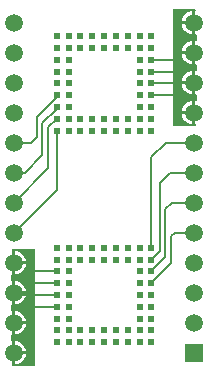
<source format=gbl>
%FSLAX23Y23*%
%MOIN*%
G70*
G01*
G75*
G04 Layer_Physical_Order=2*
G04 Layer_Color=16711680*
%ADD10C,0.059*%
%ADD11R,0.059X0.059*%
%ADD12C,0.024*%
%ADD13C,0.008*%
G36*
X131Y30D02*
X55D01*
X53Y35D01*
X54Y36D01*
X55Y36D01*
Y75D01*
Y114D01*
X54Y114D01*
X51Y117D01*
Y133D01*
X54Y136D01*
X55Y136D01*
Y175D01*
Y214D01*
X54Y214D01*
X51Y217D01*
Y233D01*
X54Y236D01*
X55Y236D01*
Y275D01*
Y314D01*
X54Y314D01*
X51Y317D01*
Y333D01*
X54Y336D01*
X55Y336D01*
Y375D01*
Y414D01*
X54Y414D01*
X53Y415D01*
X55Y420D01*
X131D01*
Y30D01*
D02*
G37*
G36*
X667Y1215D02*
X666Y1214D01*
X665Y1214D01*
Y1175D01*
Y1136D01*
X666Y1136D01*
X669Y1133D01*
Y1117D01*
X666Y1114D01*
X665Y1114D01*
Y1075D01*
Y1036D01*
X666Y1036D01*
X669Y1033D01*
Y1017D01*
X666Y1014D01*
X665Y1014D01*
Y975D01*
Y936D01*
X666Y936D01*
X669Y933D01*
Y917D01*
X666Y914D01*
X665Y914D01*
Y875D01*
Y836D01*
X666Y836D01*
X667Y835D01*
X665Y830D01*
X589D01*
Y1220D01*
X665D01*
X667Y1215D01*
D02*
G37*
%LPC*%
G36*
X99Y270D02*
X65D01*
Y236D01*
X70Y236D01*
X80Y240D01*
X88Y247D01*
X95Y255D01*
X99Y265D01*
X99Y270D01*
D02*
G37*
G36*
X65Y314D02*
Y280D01*
X99D01*
X99Y285D01*
X95Y295D01*
X88Y303D01*
X80Y310D01*
X70Y314D01*
X65Y314D01*
D02*
G37*
G36*
X99Y370D02*
X65D01*
Y336D01*
X70Y336D01*
X80Y340D01*
X88Y347D01*
X95Y355D01*
X99Y365D01*
X99Y370D01*
D02*
G37*
G36*
X65Y114D02*
Y80D01*
X99D01*
X99Y85D01*
X95Y95D01*
X88Y103D01*
X80Y110D01*
X70Y114D01*
X65Y114D01*
D02*
G37*
G36*
X99Y70D02*
X65D01*
Y36D01*
X70Y36D01*
X80Y40D01*
X88Y47D01*
X95Y55D01*
X99Y65D01*
X99Y70D01*
D02*
G37*
G36*
X65Y214D02*
Y180D01*
X99D01*
X99Y185D01*
X95Y195D01*
X88Y203D01*
X80Y210D01*
X70Y214D01*
X65Y214D01*
D02*
G37*
G36*
X99Y170D02*
X65D01*
Y136D01*
X70Y136D01*
X80Y140D01*
X88Y147D01*
X95Y155D01*
X99Y165D01*
X99Y170D01*
D02*
G37*
G36*
X65Y414D02*
Y380D01*
X99D01*
X99Y385D01*
X95Y395D01*
X88Y403D01*
X80Y410D01*
X70Y414D01*
X65Y414D01*
D02*
G37*
G36*
X655Y1114D02*
X650Y1114D01*
X640Y1110D01*
X632Y1103D01*
X625Y1095D01*
X621Y1085D01*
X621Y1080D01*
X655D01*
Y1114D01*
D02*
G37*
G36*
Y1070D02*
X621D01*
X621Y1065D01*
X625Y1055D01*
X632Y1047D01*
X640Y1040D01*
X650Y1036D01*
X655Y1036D01*
Y1070D01*
D02*
G37*
G36*
Y1214D02*
X650Y1214D01*
X640Y1210D01*
X632Y1203D01*
X625Y1195D01*
X621Y1185D01*
X621Y1180D01*
X655D01*
Y1214D01*
D02*
G37*
G36*
Y1170D02*
X621D01*
X621Y1165D01*
X625Y1155D01*
X632Y1147D01*
X640Y1140D01*
X650Y1136D01*
X655Y1136D01*
Y1170D01*
D02*
G37*
G36*
Y914D02*
X650Y914D01*
X640Y910D01*
X632Y903D01*
X625Y895D01*
X621Y885D01*
X621Y880D01*
X655D01*
Y914D01*
D02*
G37*
G36*
Y870D02*
X621D01*
X621Y865D01*
X625Y855D01*
X632Y847D01*
X640Y840D01*
X650Y836D01*
X655Y836D01*
Y870D01*
D02*
G37*
G36*
Y1014D02*
X650Y1014D01*
X640Y1010D01*
X632Y1003D01*
X625Y995D01*
X621Y985D01*
X621Y980D01*
X655D01*
Y1014D01*
D02*
G37*
G36*
Y970D02*
X621D01*
X621Y965D01*
X625Y955D01*
X632Y947D01*
X640Y940D01*
X650Y936D01*
X655Y936D01*
Y970D01*
D02*
G37*
%LPD*%
D10*
X660Y1075D02*
D03*
Y1175D02*
D03*
X60Y1075D02*
D03*
Y975D02*
D03*
Y1175D02*
D03*
X660Y975D02*
D03*
Y875D02*
D03*
Y675D02*
D03*
Y575D02*
D03*
Y775D02*
D03*
Y175D02*
D03*
Y275D02*
D03*
Y375D02*
D03*
Y475D02*
D03*
X60Y675D02*
D03*
Y875D02*
D03*
Y775D02*
D03*
Y575D02*
D03*
Y475D02*
D03*
Y375D02*
D03*
Y275D02*
D03*
Y175D02*
D03*
Y75D02*
D03*
D11*
X660D02*
D03*
D12*
X440Y110D02*
D03*
Y149D02*
D03*
X400Y110D02*
D03*
Y149D02*
D03*
X361Y110D02*
D03*
Y149D02*
D03*
X321Y110D02*
D03*
Y149D02*
D03*
X282Y110D02*
D03*
Y149D02*
D03*
X479Y110D02*
D03*
Y149D02*
D03*
Y188D02*
D03*
Y228D02*
D03*
Y267D02*
D03*
Y306D02*
D03*
Y346D02*
D03*
X518Y110D02*
D03*
Y149D02*
D03*
Y188D02*
D03*
Y228D02*
D03*
Y267D02*
D03*
Y306D02*
D03*
Y346D02*
D03*
Y385D02*
D03*
Y425D02*
D03*
X479Y385D02*
D03*
Y425D02*
D03*
X440Y385D02*
D03*
Y425D02*
D03*
X400Y385D02*
D03*
Y425D02*
D03*
X203D02*
D03*
Y385D02*
D03*
Y346D02*
D03*
Y306D02*
D03*
Y267D02*
D03*
Y228D02*
D03*
Y188D02*
D03*
Y149D02*
D03*
Y110D02*
D03*
X243Y425D02*
D03*
Y385D02*
D03*
Y346D02*
D03*
Y306D02*
D03*
Y267D02*
D03*
Y228D02*
D03*
Y188D02*
D03*
Y149D02*
D03*
Y110D02*
D03*
X282Y425D02*
D03*
Y385D02*
D03*
X321Y425D02*
D03*
Y385D02*
D03*
X361Y425D02*
D03*
Y385D02*
D03*
X282Y1130D02*
D03*
Y1090D02*
D03*
X321Y1130D02*
D03*
Y1090D02*
D03*
X361Y1130D02*
D03*
Y1090D02*
D03*
X400Y1130D02*
D03*
Y1090D02*
D03*
X440Y1130D02*
D03*
Y1090D02*
D03*
X243Y1130D02*
D03*
Y1090D02*
D03*
Y1051D02*
D03*
Y1011D02*
D03*
Y972D02*
D03*
Y933D02*
D03*
Y893D02*
D03*
X203Y1130D02*
D03*
Y1090D02*
D03*
Y1051D02*
D03*
Y1011D02*
D03*
Y972D02*
D03*
Y933D02*
D03*
Y893D02*
D03*
Y854D02*
D03*
Y815D02*
D03*
X243Y854D02*
D03*
Y815D02*
D03*
X282Y854D02*
D03*
Y815D02*
D03*
X321Y854D02*
D03*
Y815D02*
D03*
X518D02*
D03*
Y854D02*
D03*
Y893D02*
D03*
Y933D02*
D03*
Y972D02*
D03*
Y1011D02*
D03*
Y1051D02*
D03*
Y1090D02*
D03*
Y1130D02*
D03*
X479Y815D02*
D03*
Y854D02*
D03*
Y893D02*
D03*
Y933D02*
D03*
Y972D02*
D03*
Y1011D02*
D03*
Y1051D02*
D03*
Y1090D02*
D03*
Y1130D02*
D03*
X440Y815D02*
D03*
Y854D02*
D03*
X400Y815D02*
D03*
Y854D02*
D03*
X361Y815D02*
D03*
Y854D02*
D03*
D13*
X565Y554D02*
X586Y575D01*
X565Y393D02*
Y554D01*
X518Y346D02*
X565Y393D01*
X585Y464D02*
X596Y475D01*
X585Y373D02*
Y464D01*
X518Y306D02*
X585Y373D01*
X155Y840D02*
X203Y888D01*
X155Y734D02*
Y840D01*
X96Y675D02*
X155Y734D01*
X175Y826D02*
X203Y854D01*
X175Y690D02*
Y826D01*
X60Y575D02*
X175Y690D01*
X605Y1051D02*
X606Y1050D01*
X518Y1051D02*
X605D01*
X599Y1011D02*
X601Y1010D01*
X518Y1011D02*
X599D01*
X599Y972D02*
X601Y970D01*
X518Y972D02*
X599D01*
X598Y933D02*
X601Y930D01*
X518Y933D02*
X598D01*
X60Y775D02*
X116D01*
X136Y795D01*
Y860D01*
X203Y928D01*
Y933D01*
X60Y675D02*
X96D01*
X203Y888D02*
Y893D01*
X60Y475D02*
X203Y618D01*
Y815D01*
X106Y225D02*
X108Y228D01*
X203D01*
X111Y345D02*
X111Y346D01*
X203D01*
X106Y305D02*
X107Y306D01*
X203D01*
X60Y275D02*
X68Y267D01*
X203D01*
X596Y475D02*
X660D01*
X586Y575D02*
X660D01*
X518Y385D02*
X546Y413D01*
Y640D01*
X581Y675D01*
X660D01*
X518Y425D02*
Y728D01*
X566Y775D01*
X660D01*
M02*

</source>
